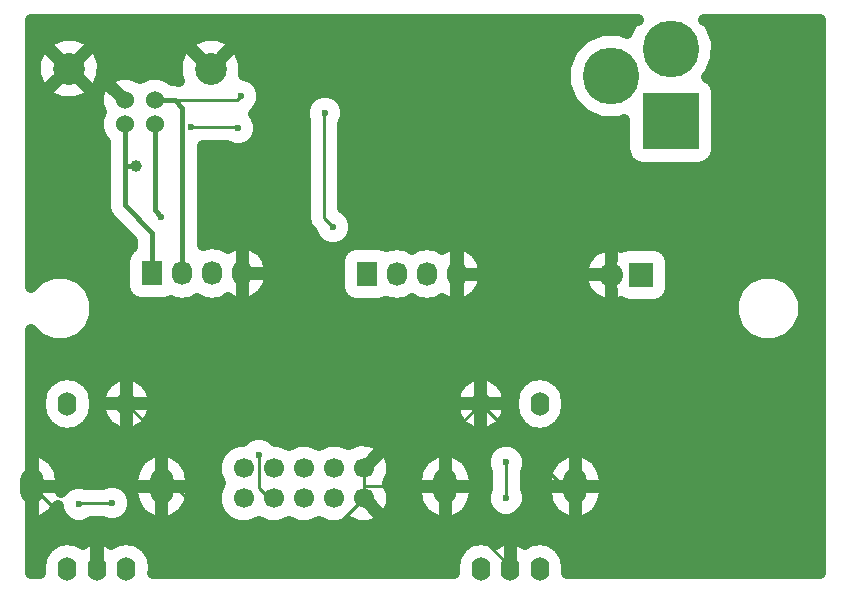
<source format=gbr>
G04 #@! TF.FileFunction,Copper,L2,Bot,Signal*
%FSLAX46Y46*%
G04 Gerber Fmt 4.6, Leading zero omitted, Abs format (unit mm)*
G04 Created by KiCad (PCBNEW 4.0.6-e0-6349~53~ubuntu16.04.1) date Sat Jul 15 19:45:57 2017*
%MOMM*%
%LPD*%
G01*
G04 APERTURE LIST*
%ADD10C,0.100000*%
%ADD11O,2.000000X3.000000*%
%ADD12O,1.600000X2.000000*%
%ADD13C,1.524000*%
%ADD14C,2.700020*%
%ADD15R,1.727200X2.032000*%
%ADD16O,1.727200X2.032000*%
%ADD17C,4.800600*%
%ADD18R,4.800600X4.800600*%
%ADD19R,2.032000X2.032000*%
%ADD20O,2.032000X2.032000*%
%ADD21C,1.700000*%
%ADD22C,1.000000*%
%ADD23C,0.600000*%
%ADD24C,0.400000*%
%ADD25C,0.250000*%
%ADD26C,1.000000*%
G04 APERTURE END LIST*
D10*
D11*
X97650000Y-91059000D03*
D12*
X94650000Y-84059000D03*
X94650000Y-98059000D03*
X92150000Y-98059000D03*
X89650000Y-84059000D03*
X89650000Y-98059000D03*
D11*
X86650000Y-91059000D03*
D13*
X62039500Y-60388500D03*
X59499500Y-60388500D03*
X59499500Y-58389520D03*
X62039500Y-58389520D03*
D14*
X66768980Y-55689500D03*
X54770020Y-55689500D03*
D15*
X61849000Y-73025000D03*
D16*
X64389000Y-73025000D03*
X66929000Y-73025000D03*
X69469000Y-73025000D03*
D15*
X80010000Y-73088500D03*
D16*
X82550000Y-73088500D03*
X85090000Y-73088500D03*
X87630000Y-73088500D03*
D17*
X105727500Y-54038500D03*
D18*
X105727500Y-60134500D03*
D17*
X100647500Y-56324500D03*
D19*
X103251000Y-73152000D03*
D20*
X100711000Y-73152000D03*
D11*
X62650000Y-91059000D03*
D12*
X59650000Y-84059000D03*
X59650000Y-98059000D03*
X57150000Y-98059000D03*
X54650000Y-84059000D03*
X54650000Y-98059000D03*
D11*
X51650000Y-91059000D03*
D21*
X69596000Y-89535000D03*
X69596000Y-92075000D03*
X72136000Y-89535000D03*
X72136000Y-92075000D03*
X74676000Y-89535000D03*
X74676000Y-92075000D03*
X77216000Y-89535000D03*
X77216000Y-92075000D03*
X79756000Y-89535000D03*
X79756000Y-92075000D03*
D22*
X60452000Y-63944500D03*
X72644000Y-56959500D03*
X72580500Y-63881000D03*
D23*
X87249000Y-95123000D03*
X62484000Y-95250000D03*
X77152500Y-69088000D03*
X76454000Y-59436000D03*
X58420000Y-92456000D03*
X55626000Y-92583000D03*
X70866000Y-88392000D03*
X91821000Y-89027000D03*
X91821000Y-92075000D03*
X65151000Y-60642500D03*
X69088000Y-60706000D03*
X62611000Y-68262500D03*
X69342000Y-58039000D03*
D24*
X60452000Y-63944500D02*
X59499500Y-63944500D01*
X61849000Y-73025000D02*
X61849000Y-69596000D01*
X61849000Y-69596000D02*
X59499500Y-67246500D01*
X59499500Y-67246500D02*
X59499500Y-63944500D01*
X59499500Y-63944500D02*
X59499500Y-60388500D01*
X72644000Y-63817500D02*
X72644000Y-56959500D01*
X72580500Y-63881000D02*
X72644000Y-63817500D01*
D25*
X57150000Y-98059000D02*
X57150000Y-96559000D01*
X57150000Y-96559000D02*
X51650000Y-91059000D01*
X92150000Y-98059000D02*
X92150000Y-97865000D01*
X92150000Y-97865000D02*
X89408000Y-95123000D01*
X89408000Y-95123000D02*
X87249000Y-95123000D01*
X62650000Y-91059000D02*
X63754000Y-91059000D01*
X77343000Y-94488000D02*
X79756000Y-92075000D01*
X67183000Y-94488000D02*
X77343000Y-94488000D01*
X63754000Y-91059000D02*
X67183000Y-94488000D01*
X86650000Y-91059000D02*
X79756000Y-91059000D01*
X79756000Y-89535000D02*
X79756000Y-91059000D01*
X79756000Y-91059000D02*
X79756000Y-92075000D01*
X97650000Y-91059000D02*
X96650000Y-91059000D01*
X96650000Y-91059000D02*
X89650000Y-84059000D01*
X86650000Y-91059000D02*
X86650000Y-87059000D01*
X86650000Y-87059000D02*
X89650000Y-84059000D01*
X86650000Y-94524000D02*
X86650000Y-91059000D01*
X87249000Y-95123000D02*
X86650000Y-94524000D01*
X62650000Y-91059000D02*
X62650000Y-87059000D01*
X62650000Y-87059000D02*
X59650000Y-84059000D01*
X62650000Y-91059000D02*
X51650000Y-91059000D01*
X62650000Y-95084000D02*
X62650000Y-91059000D01*
X62484000Y-95250000D02*
X62650000Y-95084000D01*
X51689000Y-91059000D02*
X51650000Y-91059000D01*
X76390500Y-68326000D02*
X77152500Y-69088000D01*
X76390500Y-59499500D02*
X76390500Y-68326000D01*
X76454000Y-59436000D02*
X76390500Y-59499500D01*
X55753000Y-92456000D02*
X58420000Y-92456000D01*
X55626000Y-92583000D02*
X55753000Y-92456000D01*
X70866000Y-91186000D02*
X71755000Y-92075000D01*
X70866000Y-88392000D02*
X70866000Y-91186000D01*
X71755000Y-92075000D02*
X72136000Y-92075000D01*
X91821000Y-92075000D02*
X91821000Y-89027000D01*
X69024500Y-60642500D02*
X65151000Y-60642500D01*
X69088000Y-60706000D02*
X69024500Y-60642500D01*
D24*
X62039500Y-67691000D02*
X62039500Y-60388500D01*
X62611000Y-68262500D02*
X62039500Y-67691000D01*
D25*
X68991480Y-58389520D02*
X63787020Y-58389520D01*
X69342000Y-58039000D02*
X68991480Y-58389520D01*
D24*
X64389000Y-73025000D02*
X64389000Y-58991500D01*
X63787020Y-58389520D02*
X62039500Y-58389520D01*
X64389000Y-58991500D02*
X63787020Y-58389520D01*
D26*
G36*
X102481138Y-51741684D02*
X102059407Y-52687593D01*
X101426721Y-52424879D01*
X99875086Y-52423525D01*
X98441044Y-53016059D01*
X97342915Y-54112273D01*
X96747879Y-55545279D01*
X96746525Y-57096914D01*
X97339059Y-58530956D01*
X98435273Y-59629085D01*
X99868279Y-60224121D01*
X101419914Y-60225475D01*
X101797814Y-60069330D01*
X101797814Y-62534800D01*
X101902407Y-63090667D01*
X102230924Y-63601196D01*
X102732183Y-63943692D01*
X103327200Y-64064186D01*
X108127800Y-64064186D01*
X108683667Y-63959593D01*
X109194196Y-63631076D01*
X109536692Y-63129817D01*
X109657186Y-62534800D01*
X109657186Y-57734200D01*
X109552593Y-57178333D01*
X109224076Y-56667804D01*
X108813287Y-56387123D01*
X108973862Y-56335316D01*
X109605701Y-54918153D01*
X109647119Y-53367070D01*
X109091811Y-51918206D01*
X108973862Y-51741684D01*
X108534717Y-51600000D01*
X118400000Y-51600000D01*
X118400000Y-98400000D01*
X96931696Y-98400000D01*
X96950000Y-98307978D01*
X96950000Y-97810022D01*
X96774923Y-96929850D01*
X96276346Y-96183676D01*
X95530172Y-95685099D01*
X94650000Y-95510022D01*
X93769828Y-95685099D01*
X93363370Y-95956685D01*
X92983978Y-95714943D01*
X92559099Y-95595676D01*
X92200000Y-95934649D01*
X92200000Y-98009000D01*
X92220000Y-98009000D01*
X92220000Y-98109000D01*
X92200000Y-98109000D01*
X92200000Y-98129000D01*
X92100000Y-98129000D01*
X92100000Y-98109000D01*
X92080000Y-98109000D01*
X92080000Y-98009000D01*
X92100000Y-98009000D01*
X92100000Y-95934649D01*
X91740901Y-95595676D01*
X91316022Y-95714943D01*
X90936630Y-95956685D01*
X90530172Y-95685099D01*
X89650000Y-95510022D01*
X88769828Y-95685099D01*
X88023654Y-96183676D01*
X87525077Y-96929850D01*
X87350000Y-97810022D01*
X87350000Y-98307978D01*
X87368304Y-98400000D01*
X61931696Y-98400000D01*
X61950000Y-98307978D01*
X61950000Y-97810022D01*
X61774923Y-96929850D01*
X61276346Y-96183676D01*
X60530172Y-95685099D01*
X59650000Y-95510022D01*
X58769828Y-95685099D01*
X58363370Y-95956685D01*
X57983978Y-95714943D01*
X57559099Y-95595676D01*
X57200000Y-95934649D01*
X57200000Y-98009000D01*
X57220000Y-98009000D01*
X57220000Y-98109000D01*
X57200000Y-98109000D01*
X57200000Y-98129000D01*
X57100000Y-98129000D01*
X57100000Y-98109000D01*
X57080000Y-98109000D01*
X57080000Y-98009000D01*
X57100000Y-98009000D01*
X57100000Y-95934649D01*
X56740901Y-95595676D01*
X56316022Y-95714943D01*
X55936630Y-95956685D01*
X55530172Y-95685099D01*
X54650000Y-95510022D01*
X53769828Y-95685099D01*
X53023654Y-96183676D01*
X52525077Y-96929850D01*
X52350000Y-97810022D01*
X52350000Y-98307978D01*
X52368304Y-98400000D01*
X51600000Y-98400000D01*
X51600000Y-91109000D01*
X51700000Y-91109000D01*
X51700000Y-93683412D01*
X52090392Y-94019905D01*
X52560515Y-93887834D01*
X53382412Y-93362123D01*
X53825874Y-92726335D01*
X53825688Y-92939471D01*
X54099145Y-93601286D01*
X54605051Y-94108076D01*
X55266387Y-94382687D01*
X55982471Y-94383312D01*
X56644286Y-94109855D01*
X56673191Y-94081000D01*
X57639694Y-94081000D01*
X58060387Y-94255687D01*
X58776471Y-94256312D01*
X59438286Y-93982855D01*
X59945076Y-93476949D01*
X60219687Y-92815613D01*
X60220312Y-92099529D01*
X59946855Y-91437714D01*
X59618715Y-91109000D01*
X60150000Y-91109000D01*
X60150000Y-91609000D01*
X60359435Y-92561903D01*
X60917588Y-93362123D01*
X61739485Y-93887834D01*
X62209608Y-94019905D01*
X62600000Y-93683412D01*
X62600000Y-91109000D01*
X62700000Y-91109000D01*
X62700000Y-93683412D01*
X63090392Y-94019905D01*
X63560515Y-93887834D01*
X64382412Y-93362123D01*
X64940565Y-92561903D01*
X65150000Y-91609000D01*
X65150000Y-91109000D01*
X62700000Y-91109000D01*
X62600000Y-91109000D01*
X60150000Y-91109000D01*
X59618715Y-91109000D01*
X59440949Y-90930924D01*
X58779613Y-90656313D01*
X58063529Y-90655688D01*
X57639243Y-90831000D01*
X56100456Y-90831000D01*
X55985613Y-90783313D01*
X55269529Y-90782688D01*
X54607714Y-91056145D01*
X54150000Y-91513061D01*
X54150000Y-91109000D01*
X51700000Y-91109000D01*
X51600000Y-91109000D01*
X51600000Y-88434588D01*
X51700000Y-88434588D01*
X51700000Y-91009000D01*
X54150000Y-91009000D01*
X54150000Y-90509000D01*
X60150000Y-90509000D01*
X60150000Y-91009000D01*
X62600000Y-91009000D01*
X62600000Y-88434588D01*
X62700000Y-88434588D01*
X62700000Y-91009000D01*
X65150000Y-91009000D01*
X65150000Y-90509000D01*
X65038216Y-90000393D01*
X67245593Y-90000393D01*
X67578428Y-90805916D01*
X67246409Y-91605505D01*
X67245593Y-92540393D01*
X67602605Y-93404429D01*
X68263094Y-94066071D01*
X69126505Y-94424591D01*
X70061393Y-94425407D01*
X70866916Y-94092572D01*
X71666505Y-94424591D01*
X72601393Y-94425407D01*
X73406916Y-94092572D01*
X74206505Y-94424591D01*
X75141393Y-94425407D01*
X75946916Y-94092572D01*
X76746505Y-94424591D01*
X77681393Y-94425407D01*
X78495422Y-94089057D01*
X79245396Y-94416001D01*
X80180125Y-94433203D01*
X81050286Y-94091389D01*
X81123598Y-94042403D01*
X81149297Y-93539008D01*
X79756000Y-92145711D01*
X79741858Y-92159853D01*
X79671147Y-92089142D01*
X79685289Y-92075000D01*
X79671147Y-92060858D01*
X79741858Y-91990147D01*
X79756000Y-92004289D01*
X79770142Y-91990147D01*
X79840853Y-92060858D01*
X79826711Y-92075000D01*
X81220008Y-93468297D01*
X81723403Y-93442598D01*
X82097001Y-92585604D01*
X82114203Y-91650875D01*
X81901346Y-91109000D01*
X84150000Y-91109000D01*
X84150000Y-91609000D01*
X84359435Y-92561903D01*
X84917588Y-93362123D01*
X85739485Y-93887834D01*
X86209608Y-94019905D01*
X86600000Y-93683412D01*
X86600000Y-91109000D01*
X86700000Y-91109000D01*
X86700000Y-93683412D01*
X87090392Y-94019905D01*
X87560515Y-93887834D01*
X88382412Y-93362123D01*
X88940565Y-92561903D01*
X89150000Y-91609000D01*
X89150000Y-91109000D01*
X86700000Y-91109000D01*
X86600000Y-91109000D01*
X84150000Y-91109000D01*
X81901346Y-91109000D01*
X81774355Y-90785719D01*
X81894987Y-90509000D01*
X84150000Y-90509000D01*
X84150000Y-91009000D01*
X86600000Y-91009000D01*
X86600000Y-88434588D01*
X86700000Y-88434588D01*
X86700000Y-91009000D01*
X89150000Y-91009000D01*
X89150000Y-90509000D01*
X88940565Y-89556097D01*
X88820159Y-89383471D01*
X90020688Y-89383471D01*
X90196000Y-89807757D01*
X90196000Y-91294694D01*
X90021313Y-91715387D01*
X90020688Y-92431471D01*
X90294145Y-93093286D01*
X90800051Y-93600076D01*
X91461387Y-93874687D01*
X92177471Y-93875312D01*
X92839286Y-93601855D01*
X93346076Y-93095949D01*
X93620687Y-92434613D01*
X93621312Y-91718529D01*
X93446000Y-91294243D01*
X93446000Y-91109000D01*
X95150000Y-91109000D01*
X95150000Y-91609000D01*
X95359435Y-92561903D01*
X95917588Y-93362123D01*
X96739485Y-93887834D01*
X97209608Y-94019905D01*
X97600000Y-93683412D01*
X97600000Y-91109000D01*
X97700000Y-91109000D01*
X97700000Y-93683412D01*
X98090392Y-94019905D01*
X98560515Y-93887834D01*
X99382412Y-93362123D01*
X99940565Y-92561903D01*
X100150000Y-91609000D01*
X100150000Y-91109000D01*
X97700000Y-91109000D01*
X97600000Y-91109000D01*
X95150000Y-91109000D01*
X93446000Y-91109000D01*
X93446000Y-90509000D01*
X95150000Y-90509000D01*
X95150000Y-91009000D01*
X97600000Y-91009000D01*
X97600000Y-88434588D01*
X97700000Y-88434588D01*
X97700000Y-91009000D01*
X100150000Y-91009000D01*
X100150000Y-90509000D01*
X99940565Y-89556097D01*
X99382412Y-88755877D01*
X98560515Y-88230166D01*
X98090392Y-88098095D01*
X97700000Y-88434588D01*
X97600000Y-88434588D01*
X97209608Y-88098095D01*
X96739485Y-88230166D01*
X95917588Y-88755877D01*
X95359435Y-89556097D01*
X95150000Y-90509000D01*
X93446000Y-90509000D01*
X93446000Y-89807306D01*
X93620687Y-89386613D01*
X93621312Y-88670529D01*
X93347855Y-88008714D01*
X92841949Y-87501924D01*
X92180613Y-87227313D01*
X91464529Y-87226688D01*
X90802714Y-87500145D01*
X90295924Y-88006051D01*
X90021313Y-88667387D01*
X90020688Y-89383471D01*
X88820159Y-89383471D01*
X88382412Y-88755877D01*
X87560515Y-88230166D01*
X87090392Y-88098095D01*
X86700000Y-88434588D01*
X86600000Y-88434588D01*
X86209608Y-88098095D01*
X85739485Y-88230166D01*
X84917588Y-88755877D01*
X84359435Y-89556097D01*
X84150000Y-90509000D01*
X81894987Y-90509000D01*
X82097001Y-90045604D01*
X82114203Y-89110875D01*
X81772389Y-88240714D01*
X81723403Y-88167402D01*
X81220008Y-88141703D01*
X79826711Y-89535000D01*
X79840853Y-89549142D01*
X79770142Y-89619853D01*
X79756000Y-89605711D01*
X79741858Y-89619853D01*
X79671147Y-89549142D01*
X79685289Y-89535000D01*
X79671147Y-89520858D01*
X79741858Y-89450147D01*
X79756000Y-89464289D01*
X81149297Y-88070992D01*
X81123598Y-87567597D01*
X80266604Y-87193999D01*
X79331875Y-87176797D01*
X78475188Y-87513318D01*
X77685495Y-87185409D01*
X76750607Y-87184593D01*
X75945084Y-87517428D01*
X75145495Y-87185409D01*
X74210607Y-87184593D01*
X73405084Y-87517428D01*
X72605495Y-87185409D01*
X72204529Y-87185059D01*
X71886949Y-86866924D01*
X71225613Y-86592313D01*
X70509529Y-86591688D01*
X69847714Y-86865145D01*
X69527361Y-87184939D01*
X69130607Y-87184593D01*
X68266571Y-87541605D01*
X67604929Y-88202094D01*
X67246409Y-89065505D01*
X67245593Y-90000393D01*
X65038216Y-90000393D01*
X64940565Y-89556097D01*
X64382412Y-88755877D01*
X63560515Y-88230166D01*
X63090392Y-88098095D01*
X62700000Y-88434588D01*
X62600000Y-88434588D01*
X62209608Y-88098095D01*
X61739485Y-88230166D01*
X60917588Y-88755877D01*
X60359435Y-89556097D01*
X60150000Y-90509000D01*
X54150000Y-90509000D01*
X53940565Y-89556097D01*
X53382412Y-88755877D01*
X52560515Y-88230166D01*
X52090392Y-88098095D01*
X51700000Y-88434588D01*
X51600000Y-88434588D01*
X51600000Y-83810022D01*
X52350000Y-83810022D01*
X52350000Y-84307978D01*
X52525077Y-85188150D01*
X53023654Y-85934324D01*
X53769828Y-86432901D01*
X54650000Y-86607978D01*
X55530172Y-86432901D01*
X56276346Y-85934324D01*
X56774923Y-85188150D01*
X56950000Y-84307978D01*
X56950000Y-84109000D01*
X57350000Y-84109000D01*
X57350000Y-84309000D01*
X57544211Y-85185366D01*
X58059010Y-85920701D01*
X58816022Y-86403057D01*
X59240901Y-86522324D01*
X59600000Y-86183351D01*
X59600000Y-84109000D01*
X59700000Y-84109000D01*
X59700000Y-86183351D01*
X60059099Y-86522324D01*
X60483978Y-86403057D01*
X61240990Y-85920701D01*
X61755789Y-85185366D01*
X61950000Y-84309000D01*
X61950000Y-84109000D01*
X87350000Y-84109000D01*
X87350000Y-84309000D01*
X87544211Y-85185366D01*
X88059010Y-85920701D01*
X88816022Y-86403057D01*
X89240901Y-86522324D01*
X89600000Y-86183351D01*
X89600000Y-84109000D01*
X89700000Y-84109000D01*
X89700000Y-86183351D01*
X90059099Y-86522324D01*
X90483978Y-86403057D01*
X91240990Y-85920701D01*
X91755789Y-85185366D01*
X91950000Y-84309000D01*
X91950000Y-84109000D01*
X89700000Y-84109000D01*
X89600000Y-84109000D01*
X87350000Y-84109000D01*
X61950000Y-84109000D01*
X59700000Y-84109000D01*
X59600000Y-84109000D01*
X57350000Y-84109000D01*
X56950000Y-84109000D01*
X56950000Y-83810022D01*
X56949797Y-83809000D01*
X57350000Y-83809000D01*
X57350000Y-84009000D01*
X59600000Y-84009000D01*
X59600000Y-81934649D01*
X59700000Y-81934649D01*
X59700000Y-84009000D01*
X61950000Y-84009000D01*
X61950000Y-83809000D01*
X87350000Y-83809000D01*
X87350000Y-84009000D01*
X89600000Y-84009000D01*
X89600000Y-81934649D01*
X89700000Y-81934649D01*
X89700000Y-84009000D01*
X91950000Y-84009000D01*
X91950000Y-83810022D01*
X92350000Y-83810022D01*
X92350000Y-84307978D01*
X92525077Y-85188150D01*
X93023654Y-85934324D01*
X93769828Y-86432901D01*
X94650000Y-86607978D01*
X95530172Y-86432901D01*
X96276346Y-85934324D01*
X96774923Y-85188150D01*
X96950000Y-84307978D01*
X96950000Y-83810022D01*
X96774923Y-82929850D01*
X96276346Y-82183676D01*
X95530172Y-81685099D01*
X94650000Y-81510022D01*
X93769828Y-81685099D01*
X93023654Y-82183676D01*
X92525077Y-82929850D01*
X92350000Y-83810022D01*
X91950000Y-83810022D01*
X91950000Y-83809000D01*
X91755789Y-82932634D01*
X91240990Y-82197299D01*
X90483978Y-81714943D01*
X90059099Y-81595676D01*
X89700000Y-81934649D01*
X89600000Y-81934649D01*
X89240901Y-81595676D01*
X88816022Y-81714943D01*
X88059010Y-82197299D01*
X87544211Y-82932634D01*
X87350000Y-83809000D01*
X61950000Y-83809000D01*
X61755789Y-82932634D01*
X61240990Y-82197299D01*
X60483978Y-81714943D01*
X60059099Y-81595676D01*
X59700000Y-81934649D01*
X59600000Y-81934649D01*
X59240901Y-81595676D01*
X58816022Y-81714943D01*
X58059010Y-82197299D01*
X57544211Y-82932634D01*
X57350000Y-83809000D01*
X56949797Y-83809000D01*
X56774923Y-82929850D01*
X56276346Y-82183676D01*
X55530172Y-81685099D01*
X54650000Y-81510022D01*
X53769828Y-81685099D01*
X53023654Y-82183676D01*
X52525077Y-82929850D01*
X52350000Y-83810022D01*
X51600000Y-83810022D01*
X51600000Y-77842155D01*
X52298418Y-78541793D01*
X53400645Y-78999478D01*
X54594119Y-79000519D01*
X55697143Y-78544759D01*
X56541793Y-77701582D01*
X56999478Y-76599355D01*
X56999482Y-76594119D01*
X110999481Y-76594119D01*
X111455241Y-77697143D01*
X112298418Y-78541793D01*
X113400645Y-78999478D01*
X114594119Y-79000519D01*
X115697143Y-78544759D01*
X116541793Y-77701582D01*
X116999478Y-76599355D01*
X117000519Y-75405881D01*
X116544759Y-74302857D01*
X115701582Y-73458207D01*
X114599355Y-73000522D01*
X113405881Y-72999481D01*
X112302857Y-73455241D01*
X111458207Y-74298418D01*
X111000522Y-75400645D01*
X110999481Y-76594119D01*
X56999482Y-76594119D01*
X57000519Y-75405881D01*
X56544759Y-74302857D01*
X55701582Y-73458207D01*
X54599355Y-73000522D01*
X53405881Y-72999481D01*
X52302857Y-73455241D01*
X51600000Y-74156872D01*
X51600000Y-58799607D01*
X57229938Y-58799607D01*
X57463599Y-59393027D01*
X57237894Y-59936586D01*
X57237108Y-60836466D01*
X57580752Y-61668146D01*
X57799500Y-61887276D01*
X57799500Y-67246495D01*
X57799499Y-67246500D01*
X57928905Y-67897062D01*
X58297418Y-68448582D01*
X60149000Y-70300163D01*
X60149000Y-70764725D01*
X59919004Y-70912724D01*
X59576508Y-71413983D01*
X59456014Y-72009000D01*
X59456014Y-74041000D01*
X59560607Y-74596867D01*
X59889124Y-75107396D01*
X60390383Y-75449892D01*
X60985400Y-75570386D01*
X62712600Y-75570386D01*
X63268467Y-75465793D01*
X63420763Y-75367793D01*
X63484489Y-75410373D01*
X64389000Y-75590291D01*
X65293511Y-75410373D01*
X65659000Y-75166161D01*
X66024489Y-75410373D01*
X66929000Y-75590291D01*
X67833511Y-75410373D01*
X68236209Y-75141299D01*
X68610684Y-75380216D01*
X69049950Y-75503556D01*
X69419000Y-75165371D01*
X69419000Y-73075000D01*
X69519000Y-73075000D01*
X69519000Y-75165371D01*
X69888050Y-75503556D01*
X70327316Y-75380216D01*
X71104962Y-74884073D01*
X71633547Y-74128105D01*
X71832600Y-73227400D01*
X71832600Y-73075000D01*
X69519000Y-73075000D01*
X69419000Y-73075000D01*
X69399000Y-73075000D01*
X69399000Y-72975000D01*
X69419000Y-72975000D01*
X69419000Y-70884629D01*
X69519000Y-70884629D01*
X69519000Y-72975000D01*
X71832600Y-72975000D01*
X71832600Y-72822600D01*
X71666831Y-72072500D01*
X77617014Y-72072500D01*
X77617014Y-74104500D01*
X77721607Y-74660367D01*
X78050124Y-75170896D01*
X78551383Y-75513392D01*
X79146400Y-75633886D01*
X80873600Y-75633886D01*
X81429467Y-75529293D01*
X81581763Y-75431293D01*
X81645489Y-75473873D01*
X82550000Y-75653791D01*
X83454511Y-75473873D01*
X83820000Y-75229661D01*
X84185489Y-75473873D01*
X85090000Y-75653791D01*
X85994511Y-75473873D01*
X86397209Y-75204799D01*
X86771684Y-75443716D01*
X87210950Y-75567056D01*
X87580000Y-75228871D01*
X87580000Y-73138500D01*
X87680000Y-73138500D01*
X87680000Y-75228871D01*
X88049050Y-75567056D01*
X88488316Y-75443716D01*
X89265962Y-74947573D01*
X89794547Y-74191605D01*
X89926417Y-73594896D01*
X98234287Y-73594896D01*
X98592305Y-74508980D01*
X99272875Y-75216476D01*
X100172387Y-75609674D01*
X100268104Y-75628711D01*
X100661000Y-75292416D01*
X100661000Y-73202000D01*
X98570495Y-73202000D01*
X98234287Y-73594896D01*
X89926417Y-73594896D01*
X89993600Y-73290900D01*
X89993600Y-73138500D01*
X87680000Y-73138500D01*
X87580000Y-73138500D01*
X87560000Y-73138500D01*
X87560000Y-73038500D01*
X87580000Y-73038500D01*
X87580000Y-70948129D01*
X87680000Y-70948129D01*
X87680000Y-73038500D01*
X89993600Y-73038500D01*
X89993600Y-72886100D01*
X89954485Y-72709104D01*
X98234287Y-72709104D01*
X98570495Y-73102000D01*
X100661000Y-73102000D01*
X100661000Y-72136000D01*
X100705614Y-72136000D01*
X100705614Y-74168000D01*
X100761000Y-74462353D01*
X100761000Y-75292416D01*
X101153896Y-75628711D01*
X101249613Y-75609674D01*
X101516939Y-75492819D01*
X101639983Y-75576892D01*
X102235000Y-75697386D01*
X104267000Y-75697386D01*
X104822867Y-75592793D01*
X105333396Y-75264276D01*
X105675892Y-74763017D01*
X105796386Y-74168000D01*
X105796386Y-72136000D01*
X105691793Y-71580133D01*
X105363276Y-71069604D01*
X104862017Y-70727108D01*
X104267000Y-70606614D01*
X102235000Y-70606614D01*
X101679133Y-70711207D01*
X101521007Y-70812959D01*
X101249613Y-70694326D01*
X101153896Y-70675289D01*
X100761000Y-71011584D01*
X100761000Y-71862496D01*
X100705614Y-72136000D01*
X100661000Y-72136000D01*
X100661000Y-71011584D01*
X100268104Y-70675289D01*
X100172387Y-70694326D01*
X99272875Y-71087524D01*
X98592305Y-71795020D01*
X98234287Y-72709104D01*
X89954485Y-72709104D01*
X89794547Y-71985395D01*
X89265962Y-71229427D01*
X88488316Y-70733284D01*
X88049050Y-70609944D01*
X87680000Y-70948129D01*
X87580000Y-70948129D01*
X87210950Y-70609944D01*
X86771684Y-70733284D01*
X86397209Y-70972201D01*
X85994511Y-70703127D01*
X85090000Y-70523209D01*
X84185489Y-70703127D01*
X83820000Y-70947339D01*
X83454511Y-70703127D01*
X82550000Y-70523209D01*
X81645489Y-70703127D01*
X81585307Y-70743339D01*
X81468617Y-70663608D01*
X80873600Y-70543114D01*
X79146400Y-70543114D01*
X78590533Y-70647707D01*
X78080004Y-70976224D01*
X77737508Y-71477483D01*
X77617014Y-72072500D01*
X71666831Y-72072500D01*
X71633547Y-71921895D01*
X71104962Y-71165927D01*
X70327316Y-70669784D01*
X69888050Y-70546444D01*
X69519000Y-70884629D01*
X69419000Y-70884629D01*
X69049950Y-70546444D01*
X68610684Y-70669784D01*
X68236209Y-70908701D01*
X67833511Y-70639627D01*
X66929000Y-70459709D01*
X66089000Y-70626795D01*
X66089000Y-62267500D01*
X68154770Y-62267500D01*
X68728387Y-62505687D01*
X69444471Y-62506312D01*
X70106286Y-62232855D01*
X70613076Y-61726949D01*
X70887687Y-61065613D01*
X70888312Y-60349529D01*
X70658140Y-59792471D01*
X74653688Y-59792471D01*
X74765500Y-60063076D01*
X74765500Y-68325995D01*
X74765499Y-68326000D01*
X74845540Y-68728387D01*
X74889196Y-68947861D01*
X75223119Y-69447613D01*
X75241451Y-69475049D01*
X75451693Y-69685291D01*
X75625645Y-70106286D01*
X76131551Y-70613076D01*
X76792887Y-70887687D01*
X77508971Y-70888312D01*
X78170786Y-70614855D01*
X78677576Y-70108949D01*
X78952187Y-69447613D01*
X78952812Y-68731529D01*
X78679355Y-68069714D01*
X78173449Y-67562924D01*
X78015500Y-67497338D01*
X78015500Y-60369230D01*
X78253687Y-59795613D01*
X78254312Y-59079529D01*
X77980855Y-58417714D01*
X77474949Y-57910924D01*
X76813613Y-57636313D01*
X76097529Y-57635688D01*
X75435714Y-57909145D01*
X74928924Y-58415051D01*
X74654313Y-59076387D01*
X74653688Y-59792471D01*
X70658140Y-59792471D01*
X70614855Y-59687714D01*
X70426863Y-59499394D01*
X70867076Y-59059949D01*
X71141687Y-58398613D01*
X71142312Y-57682529D01*
X70868855Y-57020714D01*
X70362949Y-56513924D01*
X69701613Y-56239313D01*
X69607554Y-56239231D01*
X69630803Y-55185609D01*
X69220129Y-54128794D01*
X69148899Y-54022190D01*
X68593564Y-53935627D01*
X66839691Y-55689500D01*
X66853833Y-55703642D01*
X66783122Y-55774353D01*
X66768980Y-55760211D01*
X66754838Y-55774353D01*
X66684127Y-55703642D01*
X66698269Y-55689500D01*
X64944396Y-53935627D01*
X64389061Y-54022190D01*
X63932169Y-55059862D01*
X63907157Y-56193391D01*
X64126165Y-56756980D01*
X63787020Y-56689519D01*
X63787015Y-56689520D01*
X63538627Y-56689520D01*
X63322493Y-56473008D01*
X62491414Y-56127914D01*
X61591534Y-56127128D01*
X60759854Y-56470772D01*
X60759683Y-56470943D01*
X59989153Y-56135784D01*
X59089413Y-56119958D01*
X58252105Y-56449651D01*
X58184652Y-56494721D01*
X58169667Y-56988976D01*
X59307022Y-58126331D01*
X59165477Y-58126208D01*
X58098956Y-57059687D01*
X57604701Y-57074672D01*
X57245764Y-57899867D01*
X57229938Y-58799607D01*
X51600000Y-58799607D01*
X51600000Y-57514084D01*
X53016147Y-57514084D01*
X53102710Y-58069419D01*
X54140382Y-58526311D01*
X55273911Y-58551323D01*
X56330726Y-58140649D01*
X56437330Y-58069419D01*
X56523893Y-57514084D01*
X54770020Y-55760211D01*
X53016147Y-57514084D01*
X51600000Y-57514084D01*
X51600000Y-56193391D01*
X51908197Y-56193391D01*
X52318871Y-57250206D01*
X52390101Y-57356810D01*
X52945436Y-57443373D01*
X54699309Y-55689500D01*
X54840731Y-55689500D01*
X56594604Y-57443373D01*
X57149939Y-57356810D01*
X57606831Y-56319138D01*
X57631843Y-55185609D01*
X57221169Y-54128794D01*
X57149939Y-54022190D01*
X56594604Y-53935627D01*
X54840731Y-55689500D01*
X54699309Y-55689500D01*
X52945436Y-53935627D01*
X52390101Y-54022190D01*
X51933209Y-55059862D01*
X51908197Y-56193391D01*
X51600000Y-56193391D01*
X51600000Y-53864916D01*
X53016147Y-53864916D01*
X54770020Y-55618789D01*
X56523893Y-53864916D01*
X65015107Y-53864916D01*
X66768980Y-55618789D01*
X68522853Y-53864916D01*
X68436290Y-53309581D01*
X67398618Y-52852689D01*
X66265089Y-52827677D01*
X65208274Y-53238351D01*
X65101670Y-53309581D01*
X65015107Y-53864916D01*
X56523893Y-53864916D01*
X56437330Y-53309581D01*
X55399658Y-52852689D01*
X54266129Y-52827677D01*
X53209314Y-53238351D01*
X53102710Y-53309581D01*
X53016147Y-53864916D01*
X51600000Y-53864916D01*
X51600000Y-51600000D01*
X102920283Y-51600000D01*
X102481138Y-51741684D01*
X102481138Y-51741684D01*
G37*
X102481138Y-51741684D02*
X102059407Y-52687593D01*
X101426721Y-52424879D01*
X99875086Y-52423525D01*
X98441044Y-53016059D01*
X97342915Y-54112273D01*
X96747879Y-55545279D01*
X96746525Y-57096914D01*
X97339059Y-58530956D01*
X98435273Y-59629085D01*
X99868279Y-60224121D01*
X101419914Y-60225475D01*
X101797814Y-60069330D01*
X101797814Y-62534800D01*
X101902407Y-63090667D01*
X102230924Y-63601196D01*
X102732183Y-63943692D01*
X103327200Y-64064186D01*
X108127800Y-64064186D01*
X108683667Y-63959593D01*
X109194196Y-63631076D01*
X109536692Y-63129817D01*
X109657186Y-62534800D01*
X109657186Y-57734200D01*
X109552593Y-57178333D01*
X109224076Y-56667804D01*
X108813287Y-56387123D01*
X108973862Y-56335316D01*
X109605701Y-54918153D01*
X109647119Y-53367070D01*
X109091811Y-51918206D01*
X108973862Y-51741684D01*
X108534717Y-51600000D01*
X118400000Y-51600000D01*
X118400000Y-98400000D01*
X96931696Y-98400000D01*
X96950000Y-98307978D01*
X96950000Y-97810022D01*
X96774923Y-96929850D01*
X96276346Y-96183676D01*
X95530172Y-95685099D01*
X94650000Y-95510022D01*
X93769828Y-95685099D01*
X93363370Y-95956685D01*
X92983978Y-95714943D01*
X92559099Y-95595676D01*
X92200000Y-95934649D01*
X92200000Y-98009000D01*
X92220000Y-98009000D01*
X92220000Y-98109000D01*
X92200000Y-98109000D01*
X92200000Y-98129000D01*
X92100000Y-98129000D01*
X92100000Y-98109000D01*
X92080000Y-98109000D01*
X92080000Y-98009000D01*
X92100000Y-98009000D01*
X92100000Y-95934649D01*
X91740901Y-95595676D01*
X91316022Y-95714943D01*
X90936630Y-95956685D01*
X90530172Y-95685099D01*
X89650000Y-95510022D01*
X88769828Y-95685099D01*
X88023654Y-96183676D01*
X87525077Y-96929850D01*
X87350000Y-97810022D01*
X87350000Y-98307978D01*
X87368304Y-98400000D01*
X61931696Y-98400000D01*
X61950000Y-98307978D01*
X61950000Y-97810022D01*
X61774923Y-96929850D01*
X61276346Y-96183676D01*
X60530172Y-95685099D01*
X59650000Y-95510022D01*
X58769828Y-95685099D01*
X58363370Y-95956685D01*
X57983978Y-95714943D01*
X57559099Y-95595676D01*
X57200000Y-95934649D01*
X57200000Y-98009000D01*
X57220000Y-98009000D01*
X57220000Y-98109000D01*
X57200000Y-98109000D01*
X57200000Y-98129000D01*
X57100000Y-98129000D01*
X57100000Y-98109000D01*
X57080000Y-98109000D01*
X57080000Y-98009000D01*
X57100000Y-98009000D01*
X57100000Y-95934649D01*
X56740901Y-95595676D01*
X56316022Y-95714943D01*
X55936630Y-95956685D01*
X55530172Y-95685099D01*
X54650000Y-95510022D01*
X53769828Y-95685099D01*
X53023654Y-96183676D01*
X52525077Y-96929850D01*
X52350000Y-97810022D01*
X52350000Y-98307978D01*
X52368304Y-98400000D01*
X51600000Y-98400000D01*
X51600000Y-91109000D01*
X51700000Y-91109000D01*
X51700000Y-93683412D01*
X52090392Y-94019905D01*
X52560515Y-93887834D01*
X53382412Y-93362123D01*
X53825874Y-92726335D01*
X53825688Y-92939471D01*
X54099145Y-93601286D01*
X54605051Y-94108076D01*
X55266387Y-94382687D01*
X55982471Y-94383312D01*
X56644286Y-94109855D01*
X56673191Y-94081000D01*
X57639694Y-94081000D01*
X58060387Y-94255687D01*
X58776471Y-94256312D01*
X59438286Y-93982855D01*
X59945076Y-93476949D01*
X60219687Y-92815613D01*
X60220312Y-92099529D01*
X59946855Y-91437714D01*
X59618715Y-91109000D01*
X60150000Y-91109000D01*
X60150000Y-91609000D01*
X60359435Y-92561903D01*
X60917588Y-93362123D01*
X61739485Y-93887834D01*
X62209608Y-94019905D01*
X62600000Y-93683412D01*
X62600000Y-91109000D01*
X62700000Y-91109000D01*
X62700000Y-93683412D01*
X63090392Y-94019905D01*
X63560515Y-93887834D01*
X64382412Y-93362123D01*
X64940565Y-92561903D01*
X65150000Y-91609000D01*
X65150000Y-91109000D01*
X62700000Y-91109000D01*
X62600000Y-91109000D01*
X60150000Y-91109000D01*
X59618715Y-91109000D01*
X59440949Y-90930924D01*
X58779613Y-90656313D01*
X58063529Y-90655688D01*
X57639243Y-90831000D01*
X56100456Y-90831000D01*
X55985613Y-90783313D01*
X55269529Y-90782688D01*
X54607714Y-91056145D01*
X54150000Y-91513061D01*
X54150000Y-91109000D01*
X51700000Y-91109000D01*
X51600000Y-91109000D01*
X51600000Y-88434588D01*
X51700000Y-88434588D01*
X51700000Y-91009000D01*
X54150000Y-91009000D01*
X54150000Y-90509000D01*
X60150000Y-90509000D01*
X60150000Y-91009000D01*
X62600000Y-91009000D01*
X62600000Y-88434588D01*
X62700000Y-88434588D01*
X62700000Y-91009000D01*
X65150000Y-91009000D01*
X65150000Y-90509000D01*
X65038216Y-90000393D01*
X67245593Y-90000393D01*
X67578428Y-90805916D01*
X67246409Y-91605505D01*
X67245593Y-92540393D01*
X67602605Y-93404429D01*
X68263094Y-94066071D01*
X69126505Y-94424591D01*
X70061393Y-94425407D01*
X70866916Y-94092572D01*
X71666505Y-94424591D01*
X72601393Y-94425407D01*
X73406916Y-94092572D01*
X74206505Y-94424591D01*
X75141393Y-94425407D01*
X75946916Y-94092572D01*
X76746505Y-94424591D01*
X77681393Y-94425407D01*
X78495422Y-94089057D01*
X79245396Y-94416001D01*
X80180125Y-94433203D01*
X81050286Y-94091389D01*
X81123598Y-94042403D01*
X81149297Y-93539008D01*
X79756000Y-92145711D01*
X79741858Y-92159853D01*
X79671147Y-92089142D01*
X79685289Y-92075000D01*
X79671147Y-92060858D01*
X79741858Y-91990147D01*
X79756000Y-92004289D01*
X79770142Y-91990147D01*
X79840853Y-92060858D01*
X79826711Y-92075000D01*
X81220008Y-93468297D01*
X81723403Y-93442598D01*
X82097001Y-92585604D01*
X82114203Y-91650875D01*
X81901346Y-91109000D01*
X84150000Y-91109000D01*
X84150000Y-91609000D01*
X84359435Y-92561903D01*
X84917588Y-93362123D01*
X85739485Y-93887834D01*
X86209608Y-94019905D01*
X86600000Y-93683412D01*
X86600000Y-91109000D01*
X86700000Y-91109000D01*
X86700000Y-93683412D01*
X87090392Y-94019905D01*
X87560515Y-93887834D01*
X88382412Y-93362123D01*
X88940565Y-92561903D01*
X89150000Y-91609000D01*
X89150000Y-91109000D01*
X86700000Y-91109000D01*
X86600000Y-91109000D01*
X84150000Y-91109000D01*
X81901346Y-91109000D01*
X81774355Y-90785719D01*
X81894987Y-90509000D01*
X84150000Y-90509000D01*
X84150000Y-91009000D01*
X86600000Y-91009000D01*
X86600000Y-88434588D01*
X86700000Y-88434588D01*
X86700000Y-91009000D01*
X89150000Y-91009000D01*
X89150000Y-90509000D01*
X88940565Y-89556097D01*
X88820159Y-89383471D01*
X90020688Y-89383471D01*
X90196000Y-89807757D01*
X90196000Y-91294694D01*
X90021313Y-91715387D01*
X90020688Y-92431471D01*
X90294145Y-93093286D01*
X90800051Y-93600076D01*
X91461387Y-93874687D01*
X92177471Y-93875312D01*
X92839286Y-93601855D01*
X93346076Y-93095949D01*
X93620687Y-92434613D01*
X93621312Y-91718529D01*
X93446000Y-91294243D01*
X93446000Y-91109000D01*
X95150000Y-91109000D01*
X95150000Y-91609000D01*
X95359435Y-92561903D01*
X95917588Y-93362123D01*
X96739485Y-93887834D01*
X97209608Y-94019905D01*
X97600000Y-93683412D01*
X97600000Y-91109000D01*
X97700000Y-91109000D01*
X97700000Y-93683412D01*
X98090392Y-94019905D01*
X98560515Y-93887834D01*
X99382412Y-93362123D01*
X99940565Y-92561903D01*
X100150000Y-91609000D01*
X100150000Y-91109000D01*
X97700000Y-91109000D01*
X97600000Y-91109000D01*
X95150000Y-91109000D01*
X93446000Y-91109000D01*
X93446000Y-90509000D01*
X95150000Y-90509000D01*
X95150000Y-91009000D01*
X97600000Y-91009000D01*
X97600000Y-88434588D01*
X97700000Y-88434588D01*
X97700000Y-91009000D01*
X100150000Y-91009000D01*
X100150000Y-90509000D01*
X99940565Y-89556097D01*
X99382412Y-88755877D01*
X98560515Y-88230166D01*
X98090392Y-88098095D01*
X97700000Y-88434588D01*
X97600000Y-88434588D01*
X97209608Y-88098095D01*
X96739485Y-88230166D01*
X95917588Y-88755877D01*
X95359435Y-89556097D01*
X95150000Y-90509000D01*
X93446000Y-90509000D01*
X93446000Y-89807306D01*
X93620687Y-89386613D01*
X93621312Y-88670529D01*
X93347855Y-88008714D01*
X92841949Y-87501924D01*
X92180613Y-87227313D01*
X91464529Y-87226688D01*
X90802714Y-87500145D01*
X90295924Y-88006051D01*
X90021313Y-88667387D01*
X90020688Y-89383471D01*
X88820159Y-89383471D01*
X88382412Y-88755877D01*
X87560515Y-88230166D01*
X87090392Y-88098095D01*
X86700000Y-88434588D01*
X86600000Y-88434588D01*
X86209608Y-88098095D01*
X85739485Y-88230166D01*
X84917588Y-88755877D01*
X84359435Y-89556097D01*
X84150000Y-90509000D01*
X81894987Y-90509000D01*
X82097001Y-90045604D01*
X82114203Y-89110875D01*
X81772389Y-88240714D01*
X81723403Y-88167402D01*
X81220008Y-88141703D01*
X79826711Y-89535000D01*
X79840853Y-89549142D01*
X79770142Y-89619853D01*
X79756000Y-89605711D01*
X79741858Y-89619853D01*
X79671147Y-89549142D01*
X79685289Y-89535000D01*
X79671147Y-89520858D01*
X79741858Y-89450147D01*
X79756000Y-89464289D01*
X81149297Y-88070992D01*
X81123598Y-87567597D01*
X80266604Y-87193999D01*
X79331875Y-87176797D01*
X78475188Y-87513318D01*
X77685495Y-87185409D01*
X76750607Y-87184593D01*
X75945084Y-87517428D01*
X75145495Y-87185409D01*
X74210607Y-87184593D01*
X73405084Y-87517428D01*
X72605495Y-87185409D01*
X72204529Y-87185059D01*
X71886949Y-86866924D01*
X71225613Y-86592313D01*
X70509529Y-86591688D01*
X69847714Y-86865145D01*
X69527361Y-87184939D01*
X69130607Y-87184593D01*
X68266571Y-87541605D01*
X67604929Y-88202094D01*
X67246409Y-89065505D01*
X67245593Y-90000393D01*
X65038216Y-90000393D01*
X64940565Y-89556097D01*
X64382412Y-88755877D01*
X63560515Y-88230166D01*
X63090392Y-88098095D01*
X62700000Y-88434588D01*
X62600000Y-88434588D01*
X62209608Y-88098095D01*
X61739485Y-88230166D01*
X60917588Y-88755877D01*
X60359435Y-89556097D01*
X60150000Y-90509000D01*
X54150000Y-90509000D01*
X53940565Y-89556097D01*
X53382412Y-88755877D01*
X52560515Y-88230166D01*
X52090392Y-88098095D01*
X51700000Y-88434588D01*
X51600000Y-88434588D01*
X51600000Y-83810022D01*
X52350000Y-83810022D01*
X52350000Y-84307978D01*
X52525077Y-85188150D01*
X53023654Y-85934324D01*
X53769828Y-86432901D01*
X54650000Y-86607978D01*
X55530172Y-86432901D01*
X56276346Y-85934324D01*
X56774923Y-85188150D01*
X56950000Y-84307978D01*
X56950000Y-84109000D01*
X57350000Y-84109000D01*
X57350000Y-84309000D01*
X57544211Y-85185366D01*
X58059010Y-85920701D01*
X58816022Y-86403057D01*
X59240901Y-86522324D01*
X59600000Y-86183351D01*
X59600000Y-84109000D01*
X59700000Y-84109000D01*
X59700000Y-86183351D01*
X60059099Y-86522324D01*
X60483978Y-86403057D01*
X61240990Y-85920701D01*
X61755789Y-85185366D01*
X61950000Y-84309000D01*
X61950000Y-84109000D01*
X87350000Y-84109000D01*
X87350000Y-84309000D01*
X87544211Y-85185366D01*
X88059010Y-85920701D01*
X88816022Y-86403057D01*
X89240901Y-86522324D01*
X89600000Y-86183351D01*
X89600000Y-84109000D01*
X89700000Y-84109000D01*
X89700000Y-86183351D01*
X90059099Y-86522324D01*
X90483978Y-86403057D01*
X91240990Y-85920701D01*
X91755789Y-85185366D01*
X91950000Y-84309000D01*
X91950000Y-84109000D01*
X89700000Y-84109000D01*
X89600000Y-84109000D01*
X87350000Y-84109000D01*
X61950000Y-84109000D01*
X59700000Y-84109000D01*
X59600000Y-84109000D01*
X57350000Y-84109000D01*
X56950000Y-84109000D01*
X56950000Y-83810022D01*
X56949797Y-83809000D01*
X57350000Y-83809000D01*
X57350000Y-84009000D01*
X59600000Y-84009000D01*
X59600000Y-81934649D01*
X59700000Y-81934649D01*
X59700000Y-84009000D01*
X61950000Y-84009000D01*
X61950000Y-83809000D01*
X87350000Y-83809000D01*
X87350000Y-84009000D01*
X89600000Y-84009000D01*
X89600000Y-81934649D01*
X89700000Y-81934649D01*
X89700000Y-84009000D01*
X91950000Y-84009000D01*
X91950000Y-83810022D01*
X92350000Y-83810022D01*
X92350000Y-84307978D01*
X92525077Y-85188150D01*
X93023654Y-85934324D01*
X93769828Y-86432901D01*
X94650000Y-86607978D01*
X95530172Y-86432901D01*
X96276346Y-85934324D01*
X96774923Y-85188150D01*
X96950000Y-84307978D01*
X96950000Y-83810022D01*
X96774923Y-82929850D01*
X96276346Y-82183676D01*
X95530172Y-81685099D01*
X94650000Y-81510022D01*
X93769828Y-81685099D01*
X93023654Y-82183676D01*
X92525077Y-82929850D01*
X92350000Y-83810022D01*
X91950000Y-83810022D01*
X91950000Y-83809000D01*
X91755789Y-82932634D01*
X91240990Y-82197299D01*
X90483978Y-81714943D01*
X90059099Y-81595676D01*
X89700000Y-81934649D01*
X89600000Y-81934649D01*
X89240901Y-81595676D01*
X88816022Y-81714943D01*
X88059010Y-82197299D01*
X87544211Y-82932634D01*
X87350000Y-83809000D01*
X61950000Y-83809000D01*
X61755789Y-82932634D01*
X61240990Y-82197299D01*
X60483978Y-81714943D01*
X60059099Y-81595676D01*
X59700000Y-81934649D01*
X59600000Y-81934649D01*
X59240901Y-81595676D01*
X58816022Y-81714943D01*
X58059010Y-82197299D01*
X57544211Y-82932634D01*
X57350000Y-83809000D01*
X56949797Y-83809000D01*
X56774923Y-82929850D01*
X56276346Y-82183676D01*
X55530172Y-81685099D01*
X54650000Y-81510022D01*
X53769828Y-81685099D01*
X53023654Y-82183676D01*
X52525077Y-82929850D01*
X52350000Y-83810022D01*
X51600000Y-83810022D01*
X51600000Y-77842155D01*
X52298418Y-78541793D01*
X53400645Y-78999478D01*
X54594119Y-79000519D01*
X55697143Y-78544759D01*
X56541793Y-77701582D01*
X56999478Y-76599355D01*
X56999482Y-76594119D01*
X110999481Y-76594119D01*
X111455241Y-77697143D01*
X112298418Y-78541793D01*
X113400645Y-78999478D01*
X114594119Y-79000519D01*
X115697143Y-78544759D01*
X116541793Y-77701582D01*
X116999478Y-76599355D01*
X117000519Y-75405881D01*
X116544759Y-74302857D01*
X115701582Y-73458207D01*
X114599355Y-73000522D01*
X113405881Y-72999481D01*
X112302857Y-73455241D01*
X111458207Y-74298418D01*
X111000522Y-75400645D01*
X110999481Y-76594119D01*
X56999482Y-76594119D01*
X57000519Y-75405881D01*
X56544759Y-74302857D01*
X55701582Y-73458207D01*
X54599355Y-73000522D01*
X53405881Y-72999481D01*
X52302857Y-73455241D01*
X51600000Y-74156872D01*
X51600000Y-58799607D01*
X57229938Y-58799607D01*
X57463599Y-59393027D01*
X57237894Y-59936586D01*
X57237108Y-60836466D01*
X57580752Y-61668146D01*
X57799500Y-61887276D01*
X57799500Y-67246495D01*
X57799499Y-67246500D01*
X57928905Y-67897062D01*
X58297418Y-68448582D01*
X60149000Y-70300163D01*
X60149000Y-70764725D01*
X59919004Y-70912724D01*
X59576508Y-71413983D01*
X59456014Y-72009000D01*
X59456014Y-74041000D01*
X59560607Y-74596867D01*
X59889124Y-75107396D01*
X60390383Y-75449892D01*
X60985400Y-75570386D01*
X62712600Y-75570386D01*
X63268467Y-75465793D01*
X63420763Y-75367793D01*
X63484489Y-75410373D01*
X64389000Y-75590291D01*
X65293511Y-75410373D01*
X65659000Y-75166161D01*
X66024489Y-75410373D01*
X66929000Y-75590291D01*
X67833511Y-75410373D01*
X68236209Y-75141299D01*
X68610684Y-75380216D01*
X69049950Y-75503556D01*
X69419000Y-75165371D01*
X69419000Y-73075000D01*
X69519000Y-73075000D01*
X69519000Y-75165371D01*
X69888050Y-75503556D01*
X70327316Y-75380216D01*
X71104962Y-74884073D01*
X71633547Y-74128105D01*
X71832600Y-73227400D01*
X71832600Y-73075000D01*
X69519000Y-73075000D01*
X69419000Y-73075000D01*
X69399000Y-73075000D01*
X69399000Y-72975000D01*
X69419000Y-72975000D01*
X69419000Y-70884629D01*
X69519000Y-70884629D01*
X69519000Y-72975000D01*
X71832600Y-72975000D01*
X71832600Y-72822600D01*
X71666831Y-72072500D01*
X77617014Y-72072500D01*
X77617014Y-74104500D01*
X77721607Y-74660367D01*
X78050124Y-75170896D01*
X78551383Y-75513392D01*
X79146400Y-75633886D01*
X80873600Y-75633886D01*
X81429467Y-75529293D01*
X81581763Y-75431293D01*
X81645489Y-75473873D01*
X82550000Y-75653791D01*
X83454511Y-75473873D01*
X83820000Y-75229661D01*
X84185489Y-75473873D01*
X85090000Y-75653791D01*
X85994511Y-75473873D01*
X86397209Y-75204799D01*
X86771684Y-75443716D01*
X87210950Y-75567056D01*
X87580000Y-75228871D01*
X87580000Y-73138500D01*
X87680000Y-73138500D01*
X87680000Y-75228871D01*
X88049050Y-75567056D01*
X88488316Y-75443716D01*
X89265962Y-74947573D01*
X89794547Y-74191605D01*
X89926417Y-73594896D01*
X98234287Y-73594896D01*
X98592305Y-74508980D01*
X99272875Y-75216476D01*
X100172387Y-75609674D01*
X100268104Y-75628711D01*
X100661000Y-75292416D01*
X100661000Y-73202000D01*
X98570495Y-73202000D01*
X98234287Y-73594896D01*
X89926417Y-73594896D01*
X89993600Y-73290900D01*
X89993600Y-73138500D01*
X87680000Y-73138500D01*
X87580000Y-73138500D01*
X87560000Y-73138500D01*
X87560000Y-73038500D01*
X87580000Y-73038500D01*
X87580000Y-70948129D01*
X87680000Y-70948129D01*
X87680000Y-73038500D01*
X89993600Y-73038500D01*
X89993600Y-72886100D01*
X89954485Y-72709104D01*
X98234287Y-72709104D01*
X98570495Y-73102000D01*
X100661000Y-73102000D01*
X100661000Y-72136000D01*
X100705614Y-72136000D01*
X100705614Y-74168000D01*
X100761000Y-74462353D01*
X100761000Y-75292416D01*
X101153896Y-75628711D01*
X101249613Y-75609674D01*
X101516939Y-75492819D01*
X101639983Y-75576892D01*
X102235000Y-75697386D01*
X104267000Y-75697386D01*
X104822867Y-75592793D01*
X105333396Y-75264276D01*
X105675892Y-74763017D01*
X105796386Y-74168000D01*
X105796386Y-72136000D01*
X105691793Y-71580133D01*
X105363276Y-71069604D01*
X104862017Y-70727108D01*
X104267000Y-70606614D01*
X102235000Y-70606614D01*
X101679133Y-70711207D01*
X101521007Y-70812959D01*
X101249613Y-70694326D01*
X101153896Y-70675289D01*
X100761000Y-71011584D01*
X100761000Y-71862496D01*
X100705614Y-72136000D01*
X100661000Y-72136000D01*
X100661000Y-71011584D01*
X100268104Y-70675289D01*
X100172387Y-70694326D01*
X99272875Y-71087524D01*
X98592305Y-71795020D01*
X98234287Y-72709104D01*
X89954485Y-72709104D01*
X89794547Y-71985395D01*
X89265962Y-71229427D01*
X88488316Y-70733284D01*
X88049050Y-70609944D01*
X87680000Y-70948129D01*
X87580000Y-70948129D01*
X87210950Y-70609944D01*
X86771684Y-70733284D01*
X86397209Y-70972201D01*
X85994511Y-70703127D01*
X85090000Y-70523209D01*
X84185489Y-70703127D01*
X83820000Y-70947339D01*
X83454511Y-70703127D01*
X82550000Y-70523209D01*
X81645489Y-70703127D01*
X81585307Y-70743339D01*
X81468617Y-70663608D01*
X80873600Y-70543114D01*
X79146400Y-70543114D01*
X78590533Y-70647707D01*
X78080004Y-70976224D01*
X77737508Y-71477483D01*
X77617014Y-72072500D01*
X71666831Y-72072500D01*
X71633547Y-71921895D01*
X71104962Y-71165927D01*
X70327316Y-70669784D01*
X69888050Y-70546444D01*
X69519000Y-70884629D01*
X69419000Y-70884629D01*
X69049950Y-70546444D01*
X68610684Y-70669784D01*
X68236209Y-70908701D01*
X67833511Y-70639627D01*
X66929000Y-70459709D01*
X66089000Y-70626795D01*
X66089000Y-62267500D01*
X68154770Y-62267500D01*
X68728387Y-62505687D01*
X69444471Y-62506312D01*
X70106286Y-62232855D01*
X70613076Y-61726949D01*
X70887687Y-61065613D01*
X70888312Y-60349529D01*
X70658140Y-59792471D01*
X74653688Y-59792471D01*
X74765500Y-60063076D01*
X74765500Y-68325995D01*
X74765499Y-68326000D01*
X74845540Y-68728387D01*
X74889196Y-68947861D01*
X75223119Y-69447613D01*
X75241451Y-69475049D01*
X75451693Y-69685291D01*
X75625645Y-70106286D01*
X76131551Y-70613076D01*
X76792887Y-70887687D01*
X77508971Y-70888312D01*
X78170786Y-70614855D01*
X78677576Y-70108949D01*
X78952187Y-69447613D01*
X78952812Y-68731529D01*
X78679355Y-68069714D01*
X78173449Y-67562924D01*
X78015500Y-67497338D01*
X78015500Y-60369230D01*
X78253687Y-59795613D01*
X78254312Y-59079529D01*
X77980855Y-58417714D01*
X77474949Y-57910924D01*
X76813613Y-57636313D01*
X76097529Y-57635688D01*
X75435714Y-57909145D01*
X74928924Y-58415051D01*
X74654313Y-59076387D01*
X74653688Y-59792471D01*
X70658140Y-59792471D01*
X70614855Y-59687714D01*
X70426863Y-59499394D01*
X70867076Y-59059949D01*
X71141687Y-58398613D01*
X71142312Y-57682529D01*
X70868855Y-57020714D01*
X70362949Y-56513924D01*
X69701613Y-56239313D01*
X69607554Y-56239231D01*
X69630803Y-55185609D01*
X69220129Y-54128794D01*
X69148899Y-54022190D01*
X68593564Y-53935627D01*
X66839691Y-55689500D01*
X66853833Y-55703642D01*
X66783122Y-55774353D01*
X66768980Y-55760211D01*
X66754838Y-55774353D01*
X66684127Y-55703642D01*
X66698269Y-55689500D01*
X64944396Y-53935627D01*
X64389061Y-54022190D01*
X63932169Y-55059862D01*
X63907157Y-56193391D01*
X64126165Y-56756980D01*
X63787020Y-56689519D01*
X63787015Y-56689520D01*
X63538627Y-56689520D01*
X63322493Y-56473008D01*
X62491414Y-56127914D01*
X61591534Y-56127128D01*
X60759854Y-56470772D01*
X60759683Y-56470943D01*
X59989153Y-56135784D01*
X59089413Y-56119958D01*
X58252105Y-56449651D01*
X58184652Y-56494721D01*
X58169667Y-56988976D01*
X59307022Y-58126331D01*
X59165477Y-58126208D01*
X58098956Y-57059687D01*
X57604701Y-57074672D01*
X57245764Y-57899867D01*
X57229938Y-58799607D01*
X51600000Y-58799607D01*
X51600000Y-57514084D01*
X53016147Y-57514084D01*
X53102710Y-58069419D01*
X54140382Y-58526311D01*
X55273911Y-58551323D01*
X56330726Y-58140649D01*
X56437330Y-58069419D01*
X56523893Y-57514084D01*
X54770020Y-55760211D01*
X53016147Y-57514084D01*
X51600000Y-57514084D01*
X51600000Y-56193391D01*
X51908197Y-56193391D01*
X52318871Y-57250206D01*
X52390101Y-57356810D01*
X52945436Y-57443373D01*
X54699309Y-55689500D01*
X54840731Y-55689500D01*
X56594604Y-57443373D01*
X57149939Y-57356810D01*
X57606831Y-56319138D01*
X57631843Y-55185609D01*
X57221169Y-54128794D01*
X57149939Y-54022190D01*
X56594604Y-53935627D01*
X54840731Y-55689500D01*
X54699309Y-55689500D01*
X52945436Y-53935627D01*
X52390101Y-54022190D01*
X51933209Y-55059862D01*
X51908197Y-56193391D01*
X51600000Y-56193391D01*
X51600000Y-53864916D01*
X53016147Y-53864916D01*
X54770020Y-55618789D01*
X56523893Y-53864916D01*
X65015107Y-53864916D01*
X66768980Y-55618789D01*
X68522853Y-53864916D01*
X68436290Y-53309581D01*
X67398618Y-52852689D01*
X66265089Y-52827677D01*
X65208274Y-53238351D01*
X65101670Y-53309581D01*
X65015107Y-53864916D01*
X56523893Y-53864916D01*
X56437330Y-53309581D01*
X55399658Y-52852689D01*
X54266129Y-52827677D01*
X53209314Y-53238351D01*
X53102710Y-53309581D01*
X53016147Y-53864916D01*
X51600000Y-53864916D01*
X51600000Y-51600000D01*
X102920283Y-51600000D01*
X102481138Y-51741684D01*
G36*
X105812353Y-54024358D02*
X105798211Y-54038500D01*
X105812353Y-54052642D01*
X105741642Y-54123353D01*
X105727500Y-54109211D01*
X105713358Y-54123353D01*
X105642647Y-54052642D01*
X105656789Y-54038500D01*
X105642647Y-54024358D01*
X105713358Y-53953647D01*
X105727500Y-53967789D01*
X105741642Y-53953647D01*
X105812353Y-54024358D01*
X105812353Y-54024358D01*
G37*
X105812353Y-54024358D02*
X105798211Y-54038500D01*
X105812353Y-54052642D01*
X105741642Y-54123353D01*
X105727500Y-54109211D01*
X105713358Y-54123353D01*
X105642647Y-54052642D01*
X105656789Y-54038500D01*
X105642647Y-54024358D01*
X105713358Y-53953647D01*
X105727500Y-53967789D01*
X105741642Y-53953647D01*
X105812353Y-54024358D01*
M02*

</source>
